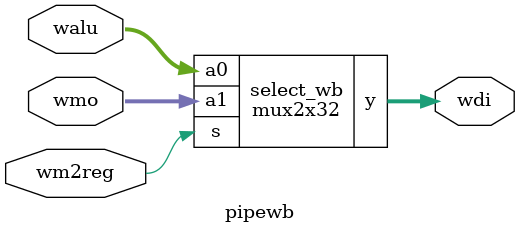
<source format=v>
`timescale 1ns / 1ps

module pipelinedcpu (clk, clrn,pc,inst,ealu,malu,wdi); // pipelined cpu
    input clk, clrn; // clock and reset // plus inst mem
    output [31:0] pc, inst, ealu, malu, wdi;
    // signals in IF stage
    wire [31:0] pc_plus_4, ins, npc;
    // signals in ID stage
    wire [31:0] dpc_plus_4, bpc, jpc, d_a, d_b, d_imm;
    wire [4:0] d_rn; 
    wire [3:0] d_aluc;
    wire [1:0] pcsrc;
    wire wpcir, dwreg, dm2reg, dwmem, daluimm, dshift, djal;
    // signals in EXE stage
    wire [31:0] epc_plus_4, ea, eb, eimm;
    wire [4:0] ern0, ern1;
    wire [3:0] e_aluc;
    wire ewreg, em2reg, ewmem, ealuimm, eshift, ejal;
    // signals in MEM stage
    wire [31:0] m_b, m_mo; 
    wire [4:0] mrn;
    wire mwreg, mm2reg, mwmem;
    // signals in WB stage
    wire [31:0] w_mo, w_alu; 
    wire [4:0] wrn; 
    wire wwreg, wm2reg;
    
    pipepc prog_cnt (npc,wpcir,clk,clrn,pc);
    pipeif if_stage (pcsrc,pc,bpc,d_a,jpc,npc,pc_plus_4,ins); // IF stage
    // IF/ID pipeline register
    pipeif_id if_id (pc_plus_4,ins,wpcir,clk,clrn,dpc_plus_4,inst);
    pipeid id_stage (mwreg,mrn,ern1,ewreg,em2reg,mm2reg,dpc_plus_4,inst,wrn,wdi,
    ealu,malu,m_mo,wwreg,clk,clrn,bpc,jpc,pcsrc,wpcir,
    dwreg,dm2reg,dwmem,d_aluc,daluimm,d_a,d_b,d_imm,d_rn,
    dshift,djal); // ID stage
    // ID/EXE pipeline register
    pipeid_exe id_exe (dwreg,dm2reg,dwmem,d_aluc,daluimm,d_a,d_b,d_imm,d_rn,
    dshift,djal,dpc_plus_4,clk,clrn,ewreg,em2reg,ewmem,
    e_aluc,ealuimm,ea,eb,eimm,ern0,eshift,ejal,epc_plus_4);
    
    pipeexe exe_stage (e_aluc,ealuimm,ea,eb,eimm,eshift,ern0,epc_plus_4,ejal,
    ern1,ealu); // EXE stage
    // EXE/MEM pipeline register
    pipeexe_mem exe_mem (ewreg,em2reg,ewmem,ealu,eb,ern1,clk,clrn,mwreg,
    mm2reg,mwmem,malu,m_b,mrn);
    pipemem mem_stage (mwmem,malu,m_b,clk,m_mo); // MEM stage
    // MEM/WB pipeline register
    pipemem_wb mem_wb (mwreg,mm2reg,m_mo,malu,mrn,clk,clrn,wwreg,wm2reg,
    w_mo,w_alu,wrn);
    pipewb wb_stage (w_alu,w_mo,wm2reg,wdi); // WB stage
endmodule

module pipepc (npc,wpc,clk,clrn,pc); // program counter
    input clk, clrn;
    input wpc;
    input [31:0] npc; 
    output [31:0] pc; 
    program_counter_cal prog_cntr (npc,clk,clrn,wpc,pc); // program counter
endmodule

module program_counter_cal (d,clk,clrn,e,q); 
    input [31:0] d;
    input e;
    input clk, clrn;
    output reg [31:0] q;
    always @(negedge clrn or posedge clk)
    if (!clrn) q <= 0;
    else if (e) q <= d; 
endmodule

module pipeif (pcsrc,pc,bpc,rpc,jpc,npc,pc4,ins); // IF stage
    input [31:0] pc, bpc, rpc, jpc; // program counter, branch target, jump target of jr and jump target of j/jal
    input [1:0] pcsrc; // select next pc
    output [31:0] npc, pc4, ins;
    mux4x32 next_pc (pc4,bpc,rpc,jpc,pcsrc,npc);
    cla32 pc_plus4 (pc,32'h4,1'b0,pc4); // pc + 4
    pl_inst_mem inst_mem (pc,ins); 
endmodule

module mux4x32 (a0,a1,a2,a3,s,y); // 4-to-1 multiplexer to choose the pc we want
    input [31:0] a0, a1, a2, a3;//input
    input [1:0] s; // selector 2 bits
    output [31:0] y; // output
    function [31:0] select;
        input [31:0] a0,a1,a2,a3;
        input [1:0] s;
        case (s)
        2'b00: select = a0;
        2'b01: select = a1;
        2'b10: select = a2;
        2'b11: select = a3;
        endcase
    endfunction
    assign y = select(a0,a1,a2,a3,s); // call the function
endmodule

module mux2x5(A0,A1,S,Y);// similar as above but for five-bits this time
    input [4:0] A0,A1;
    input S;
    output [4:0] Y;
    assign Y = S ? A1 : A0;
endmodule

module mux2x32 (a0,a1,s,y); // similar to above 
    input [31:0] a0, a1;
    input s;
    output [31:0] y;
    assign y = s ? a1 : a0;
endmodule

module cla32 (a,b,ci,s);
    input [31:0] a, b;
    input ci;
    output [31:0] s;
    wire g_out, p_out;
    cla_32 cla (a, b, ci, g_out, p_out, s);
endmodule

module cla_32 (a,b,c_in,g_out,p_out,s);
    input [31:0] a, b;
    input c_in;
    output g_out, p_out;
    output [31:0] s; 
    wire [1:0] g, p; 
    wire c_out;
    cla_16 a0 (a[15:0], b[15:0], c_in, g[0],p[0],s[15:0]);
    cla_16 a1 (a[31:16],b[31:16],c_out,g[1],p[1],s[31:16]);
    gp gp0 (g,p,c_in,g_out,p_out,c_out);
endmodule

module cla_16 (a,b,c_in,g_out,p_out,s);
    input [15:0] a, b;
    input c_in;
    output g_out, p_out;
    output [15:0] s;
    wire [1:0] g, p;
    wire c_out; 
    cla_8 a0 (a[7:0], b[7:0], c_in, g[0],p[0],s[7:0]); 
    cla_8 a1 (a[15:8],b[15:8],c_out,g[1],p[1],s[15:8]);
    gp gp0 (g,p,c_in, g_out,p_out,c_out); 
endmodule

module cla_8 (a,b,c_in,g_out,p_out,s);
    input [7:0] a, b;
    input c_in; 
    output g_out, p_out; 
    output [7:0] s; 
    wire [1:0] g, p; 
    wire c_out;
    cla_4 a0 (a[3:0],b[3:0],c_in, g[0],p[0],s[3:0]); 
    cla_4 a1 (a[7:4],b[7:4],c_out,g[1],p[1],s[7:4]);
    gp gp0 (g,p,c_in, g_out,p_out,c_out); 
endmodule

module cla_4 (a,b,c_in,g_out,p_out,s);
    input [3:0] a, b; 
    input c_in; 
    output g_out, p_out; 
    output [3:0] s; 
    wire [1:0] g, p; 
    wire c_out;
    cla_2 a0 (a[1:0],b[1:0],c_in, g[0],p[0],s[1:0]);
    cla_2 a1 (a[3:2],b[3:2],c_out,g[1],p[1],s[3:2]);
    gp gp0 (g,p,c_in, g_out,p_out,c_out);
endmodule

module cla_2 (a, b, c_in, g_out, p_out, s); 
    input [1:0] a, b;
    input c_in; 
    output g_out, p_out;
    output [1:0] s;
    wire [1:0] g, p; 
    wire c_out;
    add a0 (a[0], b[0], c_in, g[0], p[0], s[0]);
    add a1 (a[1], b[1], c_out, g[1], p[1], s[1]);
    gp gp0 (g, p, c_in, g_out, p_out, c_out);
endmodule

module add (a, b, c, g, p, s);
    input a, b, c;
    output g, p, s;
    assign s = a + b + c;
    assign g = a & b;
    assign p = a | b;
endmodule

module gp (g,p,c_in,g_out,p_out,c_out);
    input [1:0] g, p;
    input c_in;
    output g_out,p_out,c_out;
    assign g_out = g[1] | p[1] & g[0];
    assign p_out = p[1] & p[0];
    assign c_out = g[0] | p[0] & c_in;
endmodule
//this cla part reference : http://121.40.97.78/read/456362/cla_32.v__html
module pl_inst_mem (a,dins);
    input [31:0] a; // pc address
    output [31:0] dins;
    wire [31:0] rom [0:63];

    assign rom[6'h00] = 32'h3c010000; // (00) main: lui $1, 0
    assign rom[6'h01] = 32'h34240050; // (04) ori $4, $1, 80
    assign rom[6'h02] = 32'h0c00001b; // (08) call: jal sum
    assign rom[6'h03] = 32'h20050004; // (0c) dslot1: addi $5, $0, 4
    assign rom[6'h04] = 32'hac820000; // (10) return: sw $2, 0($4)
    assign rom[6'h05] = 32'h8c890000; // (14) lw $9, 0($4)
    assign rom[6'h06] = 32'h01244022; // (18) sub $8, $9, $4
    assign rom[6'h07] = 32'h20050003; // (1c) addi $5, $0, 3
    assign rom[6'h08] = 32'h20a5ffff; // (20) loop2: addi $5, $5, -1
    assign rom[6'h09] = 32'h34a8ffff; // (24) ori $8, $5, 0xffff
    assign rom[6'h0a] = 32'h39085555; // (28) xori $8, $8, 0x5555
    assign rom[6'h0b] = 32'h2009ffff; // (2c) addi $9, $0, -1
    assign rom[6'h0c] = 32'h312affff; // (30) andi $10,$9,0xffff
    assign rom[6'h0d] = 32'h01493025; // (34) or $6, $10, $9
    assign rom[6'h0e] = 32'h01494026; // (38) xor $8, $10, $9
    assign rom[6'h0f] = 32'h01463824; // (3c) and $7, $10, $6
    assign rom[6'h10] = 32'h10a00003; // (40) beq $5, $0, shift
    assign rom[6'h11] = 32'h00000000; // (44) dslot2: nop
    assign rom[6'h12] = 32'h08000008; // (48) j loop2
    assign rom[6'h13] = 32'h00000000; // (4c) dslot3: nop
    assign rom[6'h14] = 32'h2005ffff; // (50) shift: addi $5, $0, -1
    assign rom[6'h15] = 32'h000543c0; // (54) sll $8, $5, 15
    assign rom[6'h16] = 32'h00084400; // (58) sll $8, $8, 16
    assign rom[6'h17] = 32'h00084403; // (5c) sra $8, $8, 16
    assign rom[6'h18] = 32'h000843c2; // (60) srl $8, $8, 15
    assign rom[6'h19] = 32'h08000019; // (64) finish: j finish
    assign rom[6'h1a] = 32'h00000000; // (68) dslot4: nop
    assign rom[6'h1b] = 32'h00004020; // (6c) sum: add $8, $0, $0
    assign rom[6'h1c] = 32'h8c890000; // (70) loop: lw $9, 0($4)
    assign rom[6'h1d] = 32'h01094020; // (74) stall: add $8, $8, $9
    assign rom[6'h1e] = 32'h20a5ffff; // (78) addi $5, $5, -1
    assign rom[6'h1f] = 32'h14a0fffc; // (7c) bne $5, $0, loop
    assign rom[6'h20] = 32'h20840004; // (80) dslot5: addi $4, $4, 4
    assign rom[6'h21] = 32'h03e00008; // (84) jr $31
    assign rom[6'h22] = 32'h00081000; // (88) dslot6: sll $2, $8, 0
    assign dins = rom[a[7:2]];
endmodule

module pipeif_id (pc4,ins,wir,clk,clrn,dpc4,dins);
    input clk, clrn;
    input wir;
    input [31:0] pc4, ins; 
    output [31:0] dpc4, dins;
    program_counter_cal pc_plus4 (pc4,clk,clrn,wir,dpc4); // pc+4 register
    program_counter_cal instruction (ins,clk,clrn,wir,dins); // dins register
endmodule

module pipeid (mwreg,mrn,ern,ewreg,em2reg,mm2reg,dpc4,dins,wrn,wdi,ealu,
malu,mmo,wwreg,clk,clrn,bpc,jpc,pcsrc,nostall,wreg,m2reg,
wmem,aluc,aluimm,a,b,dimm,rn,shift,jal);// ID stage
    input clk, clrn;
    input [31:0] dpc4, dins,wdi,ealu,malu,mmo;
    input [4:0] ern, mrn,wrn;
    input ewreg, em2reg, mwreg, mm2reg, wwreg;
    output [31:0] bpc, jpc, a, b, dimm;
    output [4:0] rn;
    output [3:0] aluc;
    output [1:0] pcsrc; 
    output nostall, wreg, m2reg, wmem, aluimm, shift, jal;
    wire [5:0] op = dins[31:26];
    wire [4:0] rs = dins[25:21];
    wire [4:0] rt = dins[20:16];
    wire [4:0] rd = dins[15:11];
    wire [5:0] func = dins[05:00]; 
    wire [15:0] imm = dins[15:00]; 
    wire [25:0] addr = dins[25:00];//assign the corresponding value into the wire
    wire regrt;
    wire sext;
    wire [31:0] qa, qb;
    wire [1:0] fwda, fwdb;
    wire [15:0] s16 = {16{sext & dins[15]}}; 
    wire [31:0] dis = {dimm[29:0],2'b00};
    wire rsrtequ = ~|(a^b); // reg[rs] == reg[rt]
    pipeidcu cu (mwreg,mrn,ern,ewreg,em2reg,mm2reg, // control unit
    rsrtequ,func,op,rs,rt,wreg,m2reg,
    wmem,aluc,regrt,aluimm,fwda,fwdb,
    nostall,sext,pcsrc,shift,jal);
    regfile r_f (rs,rt,wdi,wrn,wwreg,~clk,clrn,qa,qb); // register file
    mux2x5 d_r (rd,rt,regrt,rn); // select dest reg #
    mux4x32 s_a (qa,ealu,malu,mmo,fwda,a); // forward for a
    mux4x32 s_b (qb,ealu,malu,mmo,fwdb,b); // forward for b
    cla32 b_adr (dpc4,dis,1'b0,bpc); // branch target
    assign dimm = {s16,imm}; // 32-bit imm
    assign jpc = {dpc4[31:28],addr,2'b00}; // jump target
endmodule

module regfile (rna,rnb,d,wn,we,clk,clrn,qa,qb);
    input [31:0] d;
    input [4:0] rna, rnb, wn;
    input we; 
    input clk, clrn;
    output [31:0] qa, qb;
    reg [31:0] register [1:31];
//    initial begin                   //initiallize register file
//        register[0] = 0;
//        register[1] = 0;
//        register[2] = 0;
//        register[3] = 0;
//        register[4] = 0;
//        register[5] = 0;
//        register[6] = 0;
//        register[7] = 0;  
//        register[8] = 0;
//        register[9] = 0;
//        register[10] = 0;
//        register[11] = 0;
//        register[12] = 0;
//        register[13] = 0;
//        register[14] = 0;
//        register[15] = 0;       
//    end
    
    assign qa = (rna == 0)? 0 : register[rna]; 
    assign qb = (rnb == 0)? 0 : register[rnb]; 
    always @(posedge clk or negedge clrn) // write port
        if (!clrn)
            register[1] <= 0; 
        else
        if ((wn != 0) && we) // not reg[0] & enabled
            register[wn] <= d; // write d to reg[wn]
endmodule

module pipeidcu (mwreg,mrn,ern,ewreg,em2reg,mm2reg,rsrtequ,func,op,rs,rt,
wreg,m2reg,wmem,aluc,regrt,aluimm,fwda,fwdb,nostall,sext,
pcsrc,shift,jal); // control unit in ID stage
    input [5:0] op,func;
    input [4:0] rs,rt, ern, mrn; 
    input ewreg, em2reg, mwreg, mm2reg, rsrtequ;
    output [3:0] aluc;
    output [1:0] pcsrc, fwda, fwdb; 
    output wreg, m2reg, wmem, aluimm, shift, jal, regrt, sext, nostall; 
    wire rtype,i_add,i_sub,i_and,i_or,i_xor,i_sll,i_srl,i_sra,i_jr;
    wire i_addi,i_andi,i_ori,i_xori,i_lw,i_sw,i_beq,i_bne,i_lui,i_j,i_jal;
    and (rtype,~op[5],~op[4],~op[3],~op[2],~op[1],~op[0]); // r format
    and (i_add,rtype, func[5],~func[4],~func[3],~func[2],~func[1],~func[0]);
    and (i_sub,rtype, func[5],~func[4],~func[3],~func[2], func[1],~func[0]);
    and (i_and,rtype, func[5],~func[4],~func[3], func[2],~func[1],~func[0]);
    and (i_or, rtype, func[5],~func[4],~func[3], func[2],~func[1], func[0]);
    and (i_xor,rtype, func[5],~func[4],~func[3], func[2], func[1],~func[0]);
    and (i_sll,rtype,~func[5],~func[4],~func[3],~func[2],~func[1],~func[0]);
    and (i_srl,rtype,~func[5],~func[4],~func[3],~func[2], func[1],~func[0]);
    and (i_sra,rtype,~func[5],~func[4],~func[3],~func[2], func[1], func[0]);
    and (i_jr, rtype,~func[5],~func[4], func[3],~func[2],~func[1],~func[0]);
    and (i_addi,~op[5],~op[4], op[3],~op[2],~op[1],~op[0]); // i format
    and (i_andi,~op[5],~op[4], op[3], op[2],~op[1],~op[0]);
    and (i_ori, ~op[5],~op[4], op[3], op[2],~op[1], op[0]);
    and (i_xori,~op[5],~op[4], op[3], op[2], op[1],~op[0]);
    and (i_lw, op[5],~op[4],~op[3],~op[2], op[1], op[0]);
    and (i_sw, op[5],~op[4], op[3],~op[2], op[1], op[0]);
    and (i_beq, ~op[5],~op[4],~op[3], op[2],~op[1],~op[0]);
    and (i_bne, ~op[5],~op[4],~op[3], op[2],~op[1], op[0]);
    and (i_lui, ~op[5],~op[4], op[3], op[2], op[1], op[0]);
    and (i_j, ~op[5],~op[4],~op[3],~op[2], op[1],~op[0]); // j format
    and (i_jal, ~op[5],~op[4],~op[3],~op[2], op[1], op[0]);
    wire i_rs = i_add | i_sub | i_and | i_or | i_xor | i_jr | i_addi |
    i_andi | i_ori | i_xori | i_lw | i_sw | i_beq | i_bne;
    wire i_rt = i_add | i_sub | i_and | i_or | i_xor | i_sll | i_srl |
    i_sra | i_sw | i_beq | i_bne;
    // pipeline stall caused by data dependency with lw instruction
    assign nostall = ~(ewreg & em2reg & (ern != 0) & (i_rs & (ern == rs) |
    i_rt & (ern == rt)));
    reg [1:0] fwda, fwdb;//forwarding
    always @ (ewreg, mwreg, ern, mrn, em2reg, mm2reg, rs, rt) begin
        fwda = 2'b00; // default: no hazards
        if (ewreg & (ern != 0) & (ern == rs) & ~em2reg) begin
            fwda = 2'b01; // select exe_alu
        end else begin
            if (mwreg & (mrn != 0) & (mrn == rs) & ~mm2reg) begin
                fwda = 2'b10; // select mem_alu
            end else begin
                if (mwreg & (mrn != 0) & (mrn == rs) & mm2reg) begin
                    fwda = 2'b11; // select mem_lw
                end
            end
        end
        // forward control signal for alu input b
        fwdb = 2'b00; // default: no hazards
        if (ewreg & (ern != 0) & (ern == rt) & ~em2reg) begin
            fwdb = 2'b01; // select exe_alu
        end else begin
            if (mwreg & (mrn != 0) & (mrn == rt) & ~mm2reg) begin
                fwdb = 2'b10; // select mem_alu
            end else begin
                if (mwreg & (mrn != 0) & (mrn == rt) & mm2reg) begin
                    fwdb = 2'b11; // select mem_lw
                end
            end
        end
    end
    // control signals
    assign wreg =(i_add |i_sub |i_and |i_or |i_xor |i_sll |i_srl |
                  i_sra |i_addi|i_andi|i_ori |i_xori|i_lw |i_lui |
                  i_jal)& nostall; // prevent from executing twice
    assign regrt = i_addi|i_andi|i_ori |i_xori|i_lw |i_lui;
    assign jal = i_jal;
    assign m2reg = i_lw;
    assign shift = i_sll |i_srl |i_sra;
    assign aluimm = i_addi|i_andi|i_ori |i_xori|i_lw |i_lui |i_sw;
    assign sext = i_addi|i_lw |i_sw |i_beq |i_bne;
    assign aluc[3] = i_sra;
    assign aluc[2] = i_sub |i_or |i_srl |i_sra |i_ori |i_lui;
    assign aluc[1] = i_xor |i_sll |i_srl |i_sra |i_xori|i_beq |i_bne|i_lui;
    assign aluc[0] = i_and |i_or |i_sll |i_srl |i_sra |i_andi|i_ori;
    assign wmem = i_sw & nostall; // prevent from executing twice
    assign pcsrc[1] = i_jr |i_j |i_jal;
    assign pcsrc[0] = i_beq & rsrtequ | i_bne & ~rsrtequ | i_j | i_jal;
endmodule
//Above module reference: http://121.40.97.78/article/456362

module pipeid_exe (dwreg,dm2reg,dwmem,daluc,daluimm,da,db,dimm,drn,dshift,
djal,dpc4,clk,clrn,ewreg,em2reg,ewmem,ealuc,ealuimm,ea,
eb,eimm,ern,eshift,ejal,epc4); // ID/EXE pipeline register
    input clk, clrn; // clock and reset
    input [31:0] da, db, dimm, dpc4;
    input [4:0] drn;
    input [3:0] daluc;
    input dwreg,dm2reg,dwmem,daluimm,dshift,djal;
    output [31:0] ea, eb, eimm, epc4;
    output [4:0] ern;
    output [3:0] ealuc;
    output ewreg,em2reg,ewmem,ealuimm,eshift,ejal;
    reg [31:0] ea, eb, eimm, epc4;
    reg [4:0] ern;
    reg [3:0] ealuc;
    reg ewreg,em2reg,ewmem,ealuimm,eshift,ejal;
    always @(posedge clk) begin
            ewreg <= dwreg;
            em2reg <= dm2reg;
            ewmem <= dwmem; 
            ealuc <= daluc;
            ealuimm <= daluimm; 
            ea <= da;
            eb <= db; 
            eimm <= dimm;
            ern <= drn; 
            eshift <= dshift;
            ejal <= djal; 
            epc4 <= dpc4;
     end
endmodule

module pipeexe (ealuc,ealuimm,ea,eb,eimm,eshift,ern0,epc4,ejal,ern,ealu);
    input [31:0] ea, eb, eimm, epc4;
    input [4:0] ern0;
    input [3:0] ealuc;
    input ealuimm, eshift, ejal;
    output [31:0] ealu; 
    output [4:0] ern; 
    wire [31:0] alua, alub, ealu0, epc8;
    wire [31:0] esa = {eimm[5:0],eimm[31:6]};
    cla32 ret_addr (epc4,32'h4,1'b0,epc8);
    mux2x32 alu_in_a (ea,esa,eshift,alua);
    mux2x32 alu_in_b (eb,eimm,ealuimm,alub);
    mux2x32 save_pc8 (ealu0,epc8,ejal,ealu);
    assign ern = ern0 | {5{ejal}};
    alu al_unit (alua,alub,ealuc,ealu0);
endmodule

module alu (a,b,aluc,r);
    input [31:0] a, b; 
    input [3:0] aluc;
    output [31:0] r;
    wire [31:0] d_and = a & b; //AND
    wire [31:0] d_xor = a ^ b; //XOR
    wire [31:0] d_or = a | b; //OR
    wire [31:0] d_xor_lui = aluc[2]? d_lui : d_xor; //SRL
    wire [31:0] d_as, d_sh; //SRA
    wire [31:0] d_and_or = aluc[2]? d_or : d_and; //SLL    
    wire [31:0] d_lui = {b[15:0],16'h0};
    addsub32 as32 (a,b,aluc[2],d_as);
    shift shifter (b,a[4:0],aluc[2],aluc[3],d_sh);
    mux4x32 res (d_as,d_and_or,d_xor_lui,d_sh,aluc[1:0],r);
endmodule
// alu reference: http://121.40.97.78/read/456362/alu.v__html
module addsub32 (a,b,sub,s);
    input [31:0] a, b;
    input sub;
    output [31:0] s;
    wire [31:0] b_xor_sub = b ^ {32{sub}};
    cla32 as32 (a, b_xor_sub, sub, s);
endmodule

module shift (d,sa,right,arith,sh); 
    input [31:0] d; 
    input [4:0] sa; 
    input right, arith; 
    output [31:0] sh;
    reg [31:0] sh; 
    always @* begin 
        if (!right) begin 
            sh = d << sa; 
        end else if (!arith) begin
            sh = d >> sa;
        end else begin 
            sh = $signed(d) >>> sa;
        end
    end
endmodule

module pipeexe_mem (ewreg,em2reg,ewmem,ealu,eb,ern,clk,clrn,mwreg,mm2reg,
mwmem,malu,mb,mrn); // EXE/MEM pipeline register
    input clk, clrn;
    input [31:0] ealu, eb;
    input [4:0] ern; 
    input ewreg,em2reg,ewmem; 
    output [31:0] malu, mb; 
    output [4:0] mrn;
    output mwreg,mm2reg,mwmem; 
    reg [31:0] malu,mb;
    reg [4:0] mrn;
    reg mwreg,mm2reg,mwmem;
    always @(posedge clk) begin
            mwreg <= ewreg; 
            mm2reg <= em2reg;
            mwmem <= ewmem; 
            malu <= ealu;
            mb <= eb; 
            mrn <= ern;
    end
endmodule

module pipemem (we,addr,datain,clk,dataout); // MEM stage
    input clk; // clock
    input [31:0] addr, datain;
    input we; // memory write
    output [31:0] dataout; // data out (from mem)
    pl_data_mem dmem (clk,dataout,datain,addr,we);
endmodule

module pl_data_mem (clk,dataout,datain,addr,we);
    input clk; // clock
    input [31:0] addr; // ram address
    input [31:0] datain; // data in (to memory)
    input we; // write enable
    output [31:0] dataout; // data out (from memory)
    reg [31:0] ram [0:31]; // ram cells: 32 words * 32 bits
    assign dataout = ram[addr[6:2]]; // use 5-bit word address
    always @ (posedge clk) begin
        if (we) ram[addr[6:2]] = datain; // write ram
    end
    integer i;
    initial begin // ram initialization
        for (i = 0; i < 32; i = i + 1)
            ram[i] = 0;
        ram[5'h14] = 32'h000000a3; // (50) data[0] 0 + a3 = a3
        ram[5'h15] = 32'h00000027; // (54) data[1] a3 + 27 = ca
        ram[5'h16] = 32'h00000079; // (58) data[2] ca + 79 = 143
        ram[5'h17] = 32'h00000115; // (5c) data[3] 143 + 115 = 258
    end
endmodule

module pipemem_wb (mwreg,mm2reg,mmo,malu,mrn,clk,clrn,wwreg,wm2reg,wmo,walu,
wrn); // MEM/WB pipeline register
    input clk, clrn; // clock and reset
    input [31:0] mmo, malu;
    input [4:0] mrn;
    input mwreg, mm2reg;
    output [31:0] wmo, walu;
    output [4:0] wrn;
    output wwreg, wm2reg;
    reg [31:0] wmo, walu;
    reg [4:0] wrn;
    reg wwreg,wm2reg;
    always @(posedge clk) begin
            wwreg <= mwreg; 
            wm2reg <= mm2reg;
            wmo <= mmo; 
            walu <= malu;
            wrn <= mrn;
    end
endmodule

module pipewb (walu,wmo,wm2reg,wdi); // WB stage
    input [31:0] walu, wmo;
    input wm2reg;
    output [31:0] wdi;
    mux2x32 select_wb (walu,wmo,wm2reg,wdi);
endmodule
</source>
